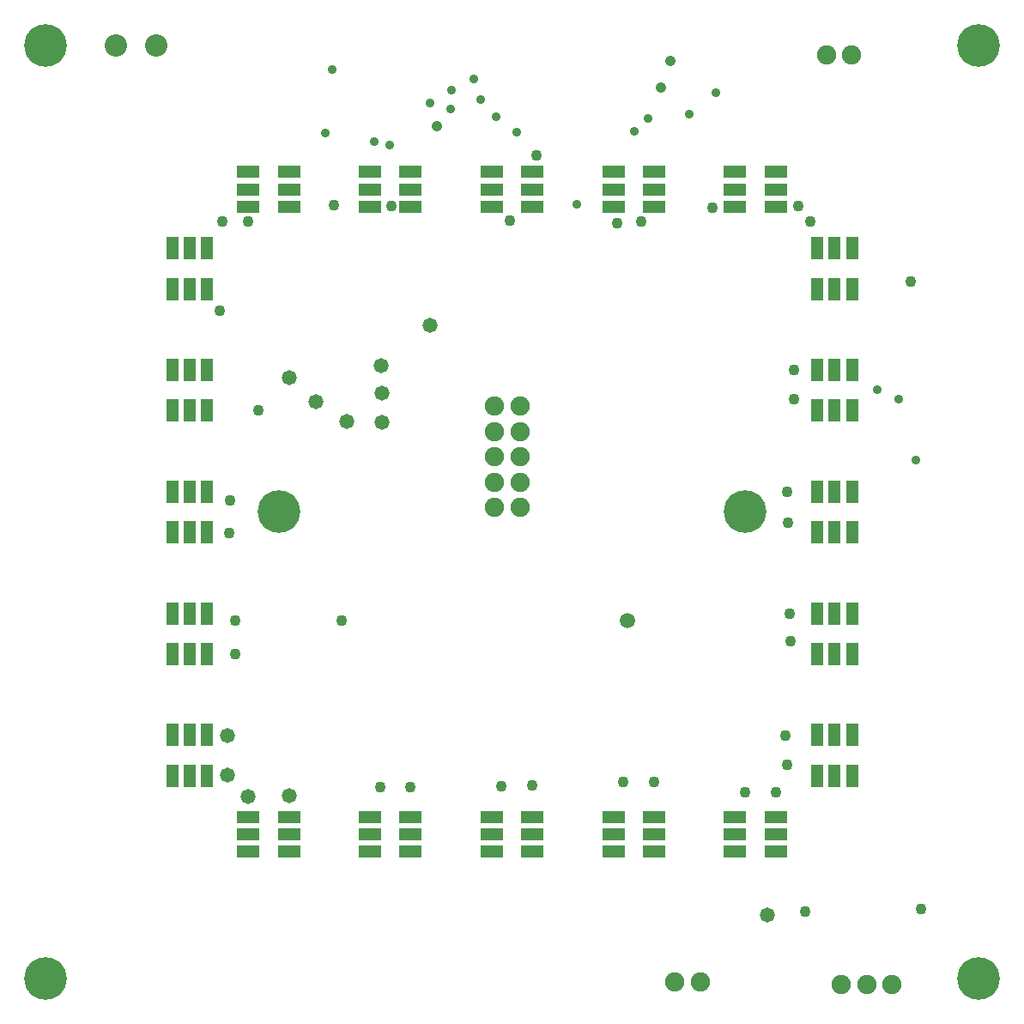
<source format=gts>
G04 Layer_Color=8388736*
%FSLAX44Y44*%
%MOMM*%
G71*
G01*
G75*
%ADD46R,2.2032X1.3032*%
%ADD47R,1.3032X2.2032*%
%ADD48C,4.2032*%
%ADD49C,1.5032*%
%ADD50C,1.1032*%
%ADD51C,2.2032*%
%ADD52C,1.9032*%
%ADD53C,1.4732*%
%ADD54C,0.9144*%
%ADD55C,1.0922*%
%ADD56C,1.0668*%
D46*
X1099000Y1260750D02*
D03*
Y1243750D02*
D03*
Y1226750D02*
D03*
X1139000D02*
D03*
Y1243750D02*
D03*
Y1260750D02*
D03*
X979000D02*
D03*
Y1243750D02*
D03*
Y1226750D02*
D03*
X1019000D02*
D03*
Y1243750D02*
D03*
Y1260750D02*
D03*
X1139000Y590250D02*
D03*
Y607250D02*
D03*
Y624250D02*
D03*
X1099000D02*
D03*
Y607250D02*
D03*
Y590250D02*
D03*
X1259000D02*
D03*
Y607250D02*
D03*
Y624250D02*
D03*
X1219000D02*
D03*
Y607250D02*
D03*
Y590250D02*
D03*
Y1260750D02*
D03*
Y1243750D02*
D03*
Y1226750D02*
D03*
X1259000D02*
D03*
Y1243750D02*
D03*
Y1260750D02*
D03*
X1339000D02*
D03*
Y1243750D02*
D03*
Y1226750D02*
D03*
X1379000D02*
D03*
Y1243750D02*
D03*
Y1260750D02*
D03*
X1459000D02*
D03*
Y1243750D02*
D03*
Y1226750D02*
D03*
X1499000D02*
D03*
Y1243750D02*
D03*
Y1260750D02*
D03*
Y590250D02*
D03*
Y607250D02*
D03*
Y624250D02*
D03*
X1459000D02*
D03*
Y607250D02*
D03*
Y590250D02*
D03*
X1379000D02*
D03*
Y607250D02*
D03*
Y624250D02*
D03*
X1339000D02*
D03*
Y607250D02*
D03*
Y590250D02*
D03*
X1019000D02*
D03*
Y607250D02*
D03*
Y624250D02*
D03*
X979000D02*
D03*
Y607250D02*
D03*
Y590250D02*
D03*
D47*
X903750Y1145500D02*
D03*
X920750D02*
D03*
X937750D02*
D03*
Y1185500D02*
D03*
X920750D02*
D03*
X903750D02*
D03*
Y1025500D02*
D03*
X920750D02*
D03*
X937750D02*
D03*
Y1065500D02*
D03*
X920750D02*
D03*
X903750D02*
D03*
Y905500D02*
D03*
X920750D02*
D03*
X937750D02*
D03*
Y945500D02*
D03*
X920750D02*
D03*
X903750D02*
D03*
Y785500D02*
D03*
X920750D02*
D03*
X937750D02*
D03*
Y825500D02*
D03*
X920750D02*
D03*
X903750D02*
D03*
Y665500D02*
D03*
X920750D02*
D03*
X937750D02*
D03*
Y705500D02*
D03*
X920750D02*
D03*
X903750D02*
D03*
X1574250Y1185500D02*
D03*
X1557250D02*
D03*
X1540250D02*
D03*
Y1145500D02*
D03*
X1557250D02*
D03*
X1574250D02*
D03*
Y1065500D02*
D03*
X1557250D02*
D03*
X1540250D02*
D03*
Y1025500D02*
D03*
X1557250D02*
D03*
X1574250D02*
D03*
Y945500D02*
D03*
X1557250D02*
D03*
X1540250D02*
D03*
Y905500D02*
D03*
X1557250D02*
D03*
X1574250D02*
D03*
Y825500D02*
D03*
X1557250D02*
D03*
X1540250D02*
D03*
Y785500D02*
D03*
X1557250D02*
D03*
X1574250D02*
D03*
Y705500D02*
D03*
X1557250D02*
D03*
X1540250D02*
D03*
Y665500D02*
D03*
X1557250D02*
D03*
X1574250D02*
D03*
D48*
X779000Y1385500D02*
D03*
X1699000Y465500D02*
D03*
Y1385500D02*
D03*
X779000Y465500D02*
D03*
X1469000Y925500D02*
D03*
X1009000D02*
D03*
D49*
X1352500Y818000D02*
D03*
D50*
X1070500D02*
D03*
D51*
X848000Y1386000D02*
D03*
X888000D02*
D03*
D52*
X1247000Y1030000D02*
D03*
Y1005000D02*
D03*
Y980000D02*
D03*
Y955000D02*
D03*
Y930000D02*
D03*
X1222000D02*
D03*
Y955000D02*
D03*
Y980000D02*
D03*
Y1005000D02*
D03*
Y1030000D02*
D03*
X1564000Y459000D02*
D03*
X1589000D02*
D03*
X1614000D02*
D03*
X1549000Y1376000D02*
D03*
X1574000D02*
D03*
X1424550Y461937D02*
D03*
X1399550D02*
D03*
D53*
X1019000Y1058000D02*
D03*
X1045270Y1034270D02*
D03*
X1076000Y1015000D02*
D03*
X1111000Y1014000D02*
D03*
Y1043000D02*
D03*
X1110000Y1070000D02*
D03*
X979000Y645000D02*
D03*
X958000Y666000D02*
D03*
Y705000D02*
D03*
X1019000Y646000D02*
D03*
X1491000Y528000D02*
D03*
X1158000Y1110000D02*
D03*
D54*
X1054721Y1299497D02*
D03*
X1062000Y1362000D02*
D03*
X1208000Y1332000D02*
D03*
X1223000Y1315000D02*
D03*
X1103000Y1291000D02*
D03*
X1303000Y1229000D02*
D03*
X1179044Y1342000D02*
D03*
X1201000Y1353000D02*
D03*
X1637000Y977000D02*
D03*
X1620000Y1037000D02*
D03*
X1599000Y1046000D02*
D03*
X1244000Y1300000D02*
D03*
X1158000Y1329000D02*
D03*
X1178129Y1323279D02*
D03*
X1360000Y1301000D02*
D03*
X1373000Y1314000D02*
D03*
X1414000Y1318000D02*
D03*
X1440000Y1339000D02*
D03*
X1118000Y1287000D02*
D03*
D55*
X1642000Y534000D02*
D03*
X1263000Y1277000D02*
D03*
X960000Y905000D02*
D03*
X960500Y936500D02*
D03*
X1063000Y1228000D02*
D03*
X953000Y1212000D02*
D03*
X951000Y1124000D02*
D03*
X1237000Y1213000D02*
D03*
X1632000Y1153000D02*
D03*
X1437000Y1226000D02*
D03*
X1533101Y1212477D02*
D03*
X1517500Y1065500D02*
D03*
X1517000Y1037000D02*
D03*
X1511000Y915000D02*
D03*
X1510500Y945500D02*
D03*
X1513000Y825000D02*
D03*
X1510000Y676000D02*
D03*
X1509000Y705000D02*
D03*
X1499000Y649000D02*
D03*
X1469000D02*
D03*
X989000Y1026000D02*
D03*
X965500Y785500D02*
D03*
X966000Y818000D02*
D03*
X1139000Y654000D02*
D03*
X1109000D02*
D03*
X1228000Y655000D02*
D03*
X1259000Y656000D02*
D03*
X1379000Y659000D02*
D03*
X1349000D02*
D03*
X1528000Y531000D02*
D03*
X1366789Y1212000D02*
D03*
X1514000Y798000D02*
D03*
X1521000Y1227000D02*
D03*
X1343000Y1210000D02*
D03*
X979000Y1212000D02*
D03*
X1120270Y1227000D02*
D03*
D56*
X1165000Y1306000D02*
D03*
X1395000Y1370000D02*
D03*
X1386000Y1344000D02*
D03*
M02*

</source>
